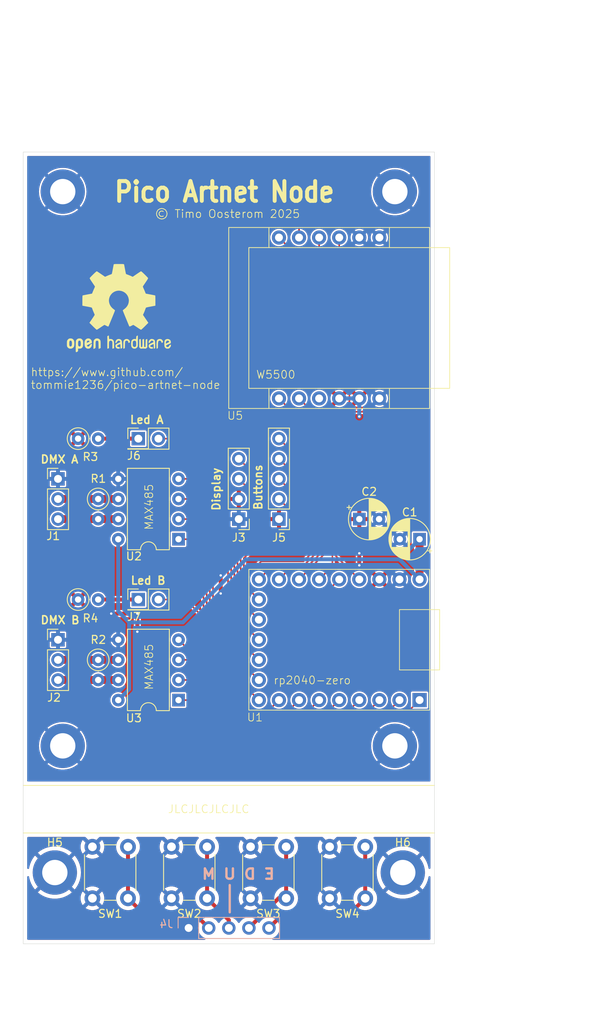
<source format=kicad_pcb>
(kicad_pcb (version 20240108) (generator "pcbnew") (generator_version "8.0")
  (layers (0 "F.Cu" signal) (31 "B.Cu" signal) (34 "B.Paste" user) (35 "F.Paste" user) (36 "B.SilkS" user "B.Silkscreen") (37 "F.SilkS" user "F.Silkscreen") (38 "B.Mask" user) (39 "F.Mask" user) (44 "Edge.Cuts" user))
  (net 0 "")
  (net 1 "Net-(J1-Pin_2)")
  (net 2 "GND")
  (net 3 "Net-(J2-Pin_2)")
  (net 4 "+3V3")
  (net 5 "/BUTTON_EXIT")
  (net 6 "/BUTTON_MENU")
  (net 7 "/BUTTON_UP")
  (net 8 "/BUTTON_DOWN")
  (net 9 "PORT_A_LED")
  (net 10 "Net-(J6-Pin_1)")
  (net 11 "PORT_B_LED")
  (net 12 "Net-(J7-Pin_1)")
  (net 13 "PORT_A_TX")
  (net 14 "PORT_A_DIR")
  (net 15 "PORT_A_RX")
  (net 16 "PORT_B_DIR")
  (net 17 "PORT_B_TX")
  (net 18 "PORT_B_RX")
  (net 19 "ETH_INT")
  (net 20 "ETH_MISO")
  (net 21 "DISPLAY_SDA")
  (net 22 "DISPLAY_SCL")
  (net 23 "ETH_SCK")
  (net 24 "ETH_CS")
  (net 25 "+5V")
  (net 26 "ETH_MOSI")
  (net 27 "ETH_RST")
  (net 28 "/BUT_3V3")
  (net 29 "/BUT_MENU")
  (net 30 "/BUT_UP")
  (net 31 "/BUT_DOWN")
  (net 32 "/BUT_EXIT")
  (net 34 "Net-(J1-Pin_3)")
  (net 35 "Net-(J2-Pin_3)")
  (footprint "simple-midi-controller:RP2040-Zero" (layer "F.Cu") (at 187.96 101.6 -90)
    (property "Reference" "U1")
    (property "Value" "~")
  )
  (footprint "Connector_PinHeader_2.54mm:PinHeader_1x03_P2.54mm_Vertical" (layer "F.Cu") (at 152.4 101.6)
    (property "Reference" "J2")
    (property "Value" "Conn_01x03_Pin")
  )
  (footprint "Capacitor_THT:CP_Radial_D5.0mm_P2.50mm" (layer "F.Cu") (at 198.12 88.9 180)
    (property "Reference" "C1")
    (property "Value" "F")
  )
  (footprint "Connector_PinHeader_2.54mm:PinHeader_1x03_P2.54mm_Vertical" (layer "F.Cu") (at 152.4 81.28)
    (property "Reference" "J1")
    (property "Value" "Conn_01x03_Pin")
  )
  (footprint "MountingHole:MountingHole_3.2mm_M3_DIN965_Pad" (layer "F.Cu") (at 195 115)
    (property "Reference" "H4" (hide yes))
    (property "Value" "MountingHole_Pad")
  )
  (footprint "MountingHole:MountingHole_3.2mm_M3_DIN965_Pad" (layer "F.Cu") (at 195 45)
    (property "Reference" "H1" (hide yes))
    (property "Value" "MountingHole_Pad")
  )
  (footprint "Package_DIP:DIP-8_W7.62mm" (layer "F.Cu") (at 167.64 88.9 180)
    (property "Reference" "U2")
    (property "Value" "MAX485E")
  )
  (footprint "MountingHole:MountingHole_3.2mm_M3_DIN965_Pad" (layer "F.Cu") (at 196 131)
    (property "Reference" "H6")
    (property "Value" "MountingHole_Pad")
  )
  (footprint "Button_Switch_THT:SW_PUSH_6mm" (layer "F.Cu") (at 186.75 134.25 90)
    (property "Reference" "SW4")
    (property "Value" "SW_SPST")
  )
  (footprint "Capacitor_THT:CP_Radial_D5.0mm_P2.50mm" (layer "F.Cu") (at 190.5 86.36)
    (property "Reference" "C2")
    (property "Value" "F")
  )
  (footprint "Button_Switch_THT:SW_PUSH_6mm" (layer "F.Cu") (at 166.75 134.25 90)
    (property "Reference" "SW2")
    (property "Value" "SW_SPST")
  )
  (footprint "Connector_PinHeader_2.54mm:PinHeader_2x01_P2.54mm_Vertical" (layer "F.Cu") (at 162.56 76.2)
    (property "Reference" "J6")
    (property "Value" "Conn_01x02_Socket")
  )
  (footprint "Connector_PinHeader_2.54mm:PinHeader_1x05_P2.54mm_Vertical" (layer "F.Cu") (at 180.34 86.36 180)
    (property "Reference" "J5")
    (property "Value" "Conn_01x05_Pin")
  )
  (footprint "Resistor_THT:R_Axial_DIN0207_L6.3mm_D2.5mm_P2.54mm_Vertical" (layer "F.Cu") (at 154.94 76.2)
    (property "Reference" "R3")
    (property "Value" "150")
  )
  (footprint "Button_Switch_THT:SW_PUSH_6mm" (layer "F.Cu") (at 176.75 134.25 90)
    (property "Reference" "SW3")
    (property "Value" "SW_SPST")
  )
  (footprint "Connector_PinHeader_2.54mm:PinHeader_1x04_P2.54mm_Vertical" (layer "F.Cu") (at 175.26 86.36 180)
    (property "Reference" "J3")
    (property "Value" "Conn_01x04_Pin")
  )
  (footprint "Symbol:OSHW-Logo2_14.6x12mm_SilkScreen" (layer "F.Cu") (at 160.1 59.7)
    (property "Reference" "SYM2" (hide yes))
    (property "Value" "Logo_Open_Hardware_Small" (hide yes))
  )
  (footprint "MountingHole:MountingHole_3.2mm_M3_DIN965_Pad" (layer "F.Cu") (at 153 115)
    (property "Reference" "H3" (hide yes))
    (property "Value" "MountingHole_Pad")
  )
  (footprint "MountingHole:MountingHole_3.2mm_M3_DIN965_Pad" (layer "F.Cu") (at 152 131)
    (property "Reference" "H5")
    (property "Value" "MountingHole_Pad")
  )
  (footprint "Package_DIP:DIP-8_W7.62mm" (layer "F.Cu") (at 167.64 109.22 180)
    (property "Reference" "U3")
    (property "Value" "MAX485E")
  )
  (footprint "Button_Switch_THT:SW_PUSH_6mm" (layer "F.Cu") (at 156.75 134.25 90)
    (property "Reference" "SW1")
    (property "Value" "SW_SPST")
  )
  (footprint "Connector_PinHeader_2.54mm:PinHeader_2x01_P2.54mm_Vertical" (layer "F.Cu") (at 162.56 96.52)
    (property "Reference" "J7")
    (property "Value" "Conn_01x02_Socket")
  )
  (footprint "pico-artnet-node:w5500" (layer "F.Cu") (at 186.69 60.96 -90)
    (property "Reference" "U5")
    (property "Value" "~")
  )
  (footprint "Resistor_THT:R_Axial_DIN0207_L6.3mm_D2.5mm_P2.54mm_Vertical" (layer "F.Cu") (at 157.48 83.82 -90)
    (property "Reference" "R1")
    (property "Value" "120")
  )
  (footprint "MountingHole:MountingHole_3.2mm_M3_DIN965_Pad" (layer "F.Cu") (at 153 45)
    (property "Reference" "H2" (hide yes))
    (property "Value" "MountingHole_Pad")
  )
  (footprint "Resistor_THT:R_Axial_DIN0207_L6.3mm_D2.5mm_P2.54mm_Vertical" (layer "F.Cu") (at 154.94 96.52)
    (property "Reference" "R4")
    (property "Value" "150")
  )
  (footprint "Resistor_THT:R_Axial_DIN0207_L6.3mm_D2.5mm_P2.54mm_Vertical" (layer "F.Cu") (at 157.48 104.14 -90)
    (property "Reference" "R2")
    (property "Value" "120")
  )
  (footprint "Connector_PinHeader_2.54mm:PinHeader_1x05_P2.54mm_Vertical" (layer "B.Cu") (at 168.92 138 -90)
    (property "Reference" "J4")
    (property "Value" "Conn_01x05_Pin")
  )
  (gr_line (start 174.117 132.588) (end 174.117 136.017) (stroke (width 0.3)) (layer "B.SilkS"))
  (gr_line (start 200 120) (end 148 120) (stroke (width 0.1)) (layer "F.SilkS"))
  (gr_line (start 194.31 49.53) (end 194.31 52.07) (stroke (width 0.1)) (layer "F.SilkS"))
  (gr_line (start 194.31 72.39) (end 194.31 69.85) (stroke (width 0.1)) (layer "F.SilkS"))
  (gr_line (start 179.07 69.85) (end 179.07 72.39) (stroke (width 0.1)) (layer "F.SilkS"))
  (gr_line (start 148 126) (end 200 126) (stroke (width 0.1)) (layer "F.SilkS"))
  (gr_line (start 179.07 49.53) (end 179.07 52.07) (stroke (width 0.1)) (layer "F.SilkS"))
  (gr_rect (start 148 40) (end 200 140) (stroke (width 0.05)) (fill none) (layer "Edge.Cuts"))
  (gr_text "E D U M" (at 179.959 131.953 0) (layer "B.SilkS") (effects (font (size 1.3 1.43) (thickness 0.3) (bold yes)) (justify left bottom mirror)))
  (gr_text "MAX485" (at 164.5 108 90) (layer "F.SilkS") (effects (font (size 1 1) (thickness 0.1)) (justify left bottom)))
  (gr_text "https://www.github.com/\ntommie1236/pico-artnet-node" (at 148.9 70 0) (layer "F.SilkS") (effects (font (size 1 1) (thickness 0.1)) (justify left bottom)))
  (gr_text "Pico Artnet Node" (at 159.3 46.5 0) (layer "F.SilkS") (effects (font (size 2.5 2.15) (thickness 0.5) (bold yes)) (justify left bottom)))
  (gr_text "Led A" (at 161.4 74.4 0) (layer "F.SilkS") (effects (font (size 1 1) (thickness 0.2) (bold yes)) (justify left bottom)))
  (gr_text "JLCJLCJLCJLC" (at 166.243 123.571 0) (layer "F.SilkS") (effects (font (size 1 1) (thickness 0.1)) (justify left bottom)))
  (gr_text "Buttons" (at 178.3 85.3 90) (layer "F.SilkS") (effects (font (size 1 1) (thickness 0.2) (bold yes)) (justify left bottom)))
  (gr_text "DMX B" (at 150.1 99.7 0) (layer "F.SilkS") (effects (font (size 1 1) (thickness 0.2) (bold yes)) (justify left bottom)))
  (gr_text "© Timo Oosterom 2025" (at 164.6 48.4 0) (layer "F.SilkS") (effects (font (size 1 1) (thickness 0.1)) (justify left bottom)))
  (gr_text "MAX485" (at 164.5 87.8 90) (layer "F.SilkS") (effects (font (size 1 1) (thickness 0.1)) (justify left bottom)))
  (gr_text "rp2040-zero" (at 179.6 107.3 0) (layer "F.SilkS") (effects (font (size 1 1) (thickness 0.1)) (justify left bottom)))
  (gr_text "Display" (at 173 85.4 90) (layer "F.SilkS") (effects (font (size 1 1) (thickness 0.2) (bold yes)) (justify left bottom)))
  (gr_text "Led B\n" (at 161.5 94.7 0) (layer "F.SilkS") (effects (font (size 1 1) (thickness 0.2) (bold yes)) (justify left bottom)))
  (gr_text "W5500" (at 177.4 68.7 0) (layer "F.SilkS") (effects (font (size 1 1) (thickness 0.1)) (justify left bottom)))
  (gr_text "DMX A" (at 150.1 79.4 0) (layer "F.SilkS") (effects (font (size 1 1) (thickness 0.2) (bold yes)) (justify left bottom)))
  (segment (start 152.4 83.82) (end 160.02 83.82) (width 1) (layer "F.Cu") (net 1))
  (segment (start 162.433 98.298) (end 159.131 98.298) (width 0.5) (layer "F.Cu") (net 2))
  (segment (start 162.433 100.584) (end 162.433 98.298) (width 0.5) (layer "F.Cu") (net 2))
  (segment (start 190.5 92.202) (end 190.5 90.678) (width 0.5) (layer "F.Cu") (net 2))
  (segment (start 172.974 95.758) (end 172.974 93.472) (width 0.5) (layer "F.Cu") (net 2))
  (via (at 190.5 90.678) (size 0.6) (drill 0.3) (layers "F.Cu" "B.Cu") (net 2))
  (via (at 190.5 92.202) (size 0.6) (drill 0.3) (layers "F.Cu" "B.Cu") (net 2))
  (via (at 172.974 93.472) (size 0.6) (drill 0.3) (layers "F.Cu" "B.Cu") (net 2))
  (via (at 162.433 98.298) (size 0.6) (drill 0.3) (layers "F.Cu" "B.Cu") (net 2))
  (via (at 159.131 98.298) (size 0.6) (drill 0.3) (layers "F.Cu" "B.Cu") (net 2))
  (via (at 162.433 100.584) (size 0.6) (drill 0.3) (layers "F.Cu" "B.Cu") (net 2))
  (via (at 172.974 95.758) (size 0.6) (drill 0.3) (layers "F.Cu" "B.Cu") (net 2))
  (segment (start 160.02 104.14) (end 152.4 104.14) (width 1) (layer "F.Cu") (net 3))
  (via (at 190.5 73.4) (size 0.6) (drill 0.3) (layers "F.Cu" "B.Cu") (net 4))
  (segment (start 187.96 71.12) (end 190.5 71.12) (width 0.5) (layer "B.Cu") (net 4))
  (segment (start 190.5 71.12) (end 190.5 73.4) (width 0.5) (layer "B.Cu") (net 4))
  (segment (start 177.797058 89.4) (end 181.66 89.4) (width 0.2) (layer "F.Cu") (net 5))
  (segment (start 183 88.06) (end 183 78.86) (width 0.2) (layer "F.Cu") (net 5))
  (segment (start 183 78.86) (end 180.34 76.2) (width 0.2) (layer "F.Cu") (net 5))
  (segment (start 175.9 91.297058) (end 177.797058 89.4) (width 0.2) (layer "F.Cu") (net 5))
  (segment (start 181.66 89.4) (end 183 88.06) (width 0.2) (layer "F.Cu") (net 5))
  (segment (start 175.9 94.62) (end 175.9 91.297058) (width 0.2) (layer "F.Cu") (net 5))
  (segment (start 177.8 96.52) (end 175.9 94.62) (width 0.2) (layer "F.Cu") (net 5))
  (segment (start 174.7 101.04) (end 174.7 90.8) (width 0.2) (layer "F.Cu") (net 6))
  (segment (start 181.162942 88.2) (end 181.8 87.562942) (width 0.2) (layer "F.Cu") (net 6))
  (segment (start 177.3 88.2) (end 181.162942 88.2) (width 0.2) (layer "F.Cu") (net 6))
  (segment (start 177.8 104.14) (end 174.7 101.04) (width 0.2) (layer "F.Cu") (net 6))
  (segment (start 181.8 85.28) (end 180.34 83.82) (width 0.2) (layer "F.Cu") (net 6))
  (segment (start 181.8 87.562942) (end 181.8 85.28) (width 0.2) (layer "F.Cu") (net 6))
  (segment (start 174.7 90.8) (end 177.3 88.2) (width 0.2) (layer "F.Cu") (net 6))
  (segment (start 182.2 83.14) (end 180.34 81.28) (width 0.2) (layer "F.Cu") (net 7))
  (segment (start 175.1 90.965686) (end 177.465686 88.6) (width 0.2) (layer "F.Cu") (net 7))
  (segment (start 177.465686 88.6) (end 181.328628 88.6) (width 0.2) (layer "F.Cu") (net 7))
  (segment (start 182.2 87.728628) (end 182.2 83.14) (width 0.2) (layer "F.Cu") (net 7))
  (segment (start 175.1 98.9) (end 175.1 90.965686) (width 0.2) (layer "F.Cu") (net 7))
  (segment (start 181.328628 88.6) (end 182.2 87.728628) (width 0.2) (layer "F.Cu") (net 7))
  (segment (start 177.8 101.6) (end 175.1 98.9) (width 0.2) (layer "F.Cu") (net 7))
  (segment (start 177.631372 89) (end 175.5 91.131372) (width 0.2) (layer "F.Cu") (net 8))
  (segment (start 182.6 87.894314) (end 181.494314 89) (width 0.2) (layer "F.Cu") (net 8))
  (segment (start 182.6 81) (end 182.6 87.894314) (width 0.2) (layer "F.Cu") (net 8))
  (segment (start 175.5 96.76) (end 177.8 99.06) (width 0.2) (layer "F.Cu") (net 8))
  (segment (start 180.34 78.74) (end 182.6 81) (width 0.2) (layer "F.Cu") (net 8))
  (segment (start 175.5 91.131372) (end 175.5 96.76) (width 0.2) (layer "F.Cu") (net 8))
  (segment (start 181.494314 89) (end 177.631372 89) (width 0.2) (layer "F.Cu") (net 8))
  (segment (start 176.6 110.7) (end 172 106.1) (width 0.2) (layer "F.Cu") (net 9))
  (segment (start 170.44 76.2) (end 165.1 76.2) (width 0.2) (layer "F.Cu") (net 9))
  (segment (start 178.86 110.7) (end 176.6 110.7) (width 0.2) (layer "F.Cu") (net 9))
  (segment (start 180.34 109.22) (end 178.86 110.7) (width 0.2) (layer "F.Cu") (net 9))
  (segment (start 172 77.76) (end 170.44 76.2) (width 0.2) (layer "F.Cu") (net 9))
  (segment (start 172 106.1) (end 172 77.76) (width 0.2) (layer "F.Cu") (net 9))
  (segment (start 162.56 76.2) (end 157.48 76.2) (width 0.5) (layer "F.Cu") (net 10))
  (segment (start 168.52 96.52) (end 165.1 96.52) (width 0.2) (layer "F.Cu") (net 11))
  (segment (start 170.4 106.762744) (end 170.4 98.4) (width 0.2) (layer "F.Cu") (net 11))
  (segment (start 170.4 98.4) (end 168.52 96.52) (width 0.2) (layer "F.Cu") (net 11))
  (segment (start 187.42 112.3) (end 175.937256 112.3) (width 0.2) (layer "F.Cu") (net 11))
  (segment (start 190.5 109.22) (end 187.42 112.3) (width 0.2) (layer "F.Cu") (net 11))
  (segment (start 175.937256 112.3) (end 170.4 106.762744) (width 0.2) (layer "F.Cu") (net 11))
  (segment (start 157.48 96.52) (end 162.56 96.52) (width 0.5) (layer "F.Cu") (net 12))
  (segment (start 171.6 82.96) (end 171.6 106.265686) (width 0.2) (layer "F.Cu") (net 13))
  (segment (start 181 111.1) (end 176.434314 111.1) (width 0.2) (layer "F.Cu") (net 13))
  (segment (start 169.92 81.28) (end 167.64 81.28) (width 0.2) (layer "F.Cu") (net 13))
  (segment (start 171.6 82.96) (end 169.92 81.28) (width 0.2) (layer "F.Cu") (net 13))
  (segment (start 182.88 109.22) (end 181 111.1) (width 0.2) (layer "F.Cu") (net 13))
  (segment (start 176.434314 111.1) (end 171.6 106.265686) (width 0.2) (layer "F.Cu") (net 13))
  (segment (start 169.5 86.36) (end 167.64 86.36) (width 0.2) (layer "F.Cu") (net 14))
  (segment (start 171.2 88.06) (end 169.5 86.36) (width 0.2) (layer "F.Cu") (net 14))
  (segment (start 171.2 106.431372) (end 171.2 88.06) (width 0.2) (layer "F.Cu") (net 14))
  (segment (start 168.783 83.82) (end 167.64 83.82) (width 0.2) (layer "F.Cu") (net 14))
  (segment (start 176.268628 111.5) (end 171.2 106.431372) (width 0.2) (layer "F.Cu") (net 14))
  (segment (start 169.5 86.36) (end 169.5 84.537) (width 0.2) (layer "F.Cu") (net 14))
  (segment (start 183.14 111.5) (end 176.268628 111.5) (width 0.2) (layer "F.Cu") (net 14))
  (segment (start 169.5 84.537) (end 168.783 83.82) (width 0.2) (layer "F.Cu") (net 14))
  (segment (start 185.42 109.22) (end 183.14 111.5) (width 0.2) (layer "F.Cu") (net 14))
  (segment (start 185.28 111.9) (end 176.102942 111.9) (width 0.2) (layer "F.Cu") (net 15))
  (segment (start 170.8 89.96) (end 169.74 88.9) (width 0.2) (layer "F.Cu") (net 15))
  (segment (start 170.8 89.96) (end 170.8 106.597058) (width 0.2) (layer "F.Cu") (net 15))
  (segment (start 176.102942 111.9) (end 170.8 106.597058) (width 0.2) (layer "F.Cu") (net 15))
  (segment (start 187.96 109.22) (end 185.28 111.9) (width 0.2) (layer "F.Cu") (net 15))
  (segment (start 169.74 88.9) (end 167.64 88.9) (width 0.2) (layer "F.Cu") (net 15))
  (segment (start 189.725686 113.1) (end 192.025686 110.8) (width 0.2) (layer "F.Cu") (net 16))
  (segment (start 169.2 106.694116) (end 169.6 107.094116) (width 0.2) (layer "F.Cu") (net 16))
  (segment (start 169.185884 106.68) (end 169.6 107.094116) (width 0.2) (layer "F.Cu") (net 16))
  (segment (start 169.6 107.094116) (end 175.6 113.094116) (width 0.2) (layer "F.Cu") (net 16))
  (segment (start 175.6 113.1) (end 189.725686 113.1) (width 0.2) (layer "F.Cu") (net 16))
  (segment (start 167.64 104.14) (end 168.783 104.14) (width 0.2) (layer "F.Cu") (net 16))
  (segment (start 192.025686 110.8) (end 194 110.8) (width 0.2) (layer "F.Cu") (net 16))
  (segment (start 175.6 113.094116) (end 175.6 113.1) (width 0.2) (layer "F.Cu") (net 16))
  (segment (start 169.2 104.557) (end 169.2 106.694116) (width 0.2) (layer "F.Cu") (net 16))
  (segment (start 168.783 104.14) (end 169.2 104.557) (width 0.2) (layer "F.Cu") (net 16))
  (segment (start 167.64 106.68) (end 169.185884 106.68) (width 0.2) (layer "F.Cu") (net 16))
  (segment (start 194 110.8) (end 195.58 109.22) (width 0.2) (layer "F.Cu") (net 16))
  (segment (start 170 106.92843) (end 170 103.96) (width 0.2) (layer "F.Cu") (net 17))
  (segment (start 170 103.96) (end 167.64 101.6) (width 0.2) (layer "F.Cu") (net 17))
  (segment (start 189.56 112.7) (end 175.77157 112.7) (width 0.2) (layer "F.Cu") (net 17))
  (segment (start 175.77157 112.7) (end 170 106.92843) (width 0.2) (layer "F.Cu") (net 17))
  (segment (start 193.04 109.22) (end 189.56 112.7) (width 0.2) (layer "F.Cu") (net 17))
  (segment (start 171.154314 109.22) (end 167.64 109.22) (width 0.2) (layer "F.Cu") (net 18))
  (segment (start 189.891372 113.5) (end 175.434314 113.5) (width 0.2) (layer "F.Cu") (net 18))
  (segment (start 198.12 109.22) (end 196.14 111.2) (width 0.2) (layer "F.Cu") (net 18))
  (segment (start 196.14 111.2) (end 192.191372 111.2) (width 0.2) (layer "F.Cu") (net 18))
  (segment (start 192.191372 111.2) (end 189.891372 113.5) (width 0.2) (layer "F.Cu") (net 18))
  (segment (start 175.434314 113.5) (end 171.154314 109.22) (width 0.2) (layer "F.Cu") (net 18))
  (segment (start 184.15 54.61) (end 180.34 50.8) (width 0.2) (layer "F.Cu") (net 19))
  (segment (start 181.82 92.5) (end 183.794314 92.5) (width 0.2) (layer "F.Cu") (net 19))
  (segment (start 180.34 93.98) (end 181.82 92.5) (width 0.2) (layer "F.Cu") (net 19))
  (segment (start 183.794314 92.5) (end 186.3 89.994314) (width 0.2) (layer "F.Cu") (net 19))
  (segment (start 186.3 89.994314) (end 186.3 73.974315) (width 0.2) (layer "F.Cu") (net 19))
  (segment (start 184.15 71.824315) (end 184.15 54.61) (width 0.2) (layer "F.Cu") (net 19))
  (segment (start 186.3 73.974315) (end 184.15 71.824315) (width 0.2) (layer "F.Cu") (net 19))
  (segment (start 177.15 95.25) (end 176.5 94.6) (width 0.2) (layer "F.Cu") (net 20))
  (segment (start 185.5 89.634313) (end 185.5 74.305686) (width 0.2) (layer "F.Cu") (net 20))
  (segment (start 182.02 72.8) (end 180.34 71.12) (width 0.2) (layer "F.Cu") (net 20))
  (segment (start 183.434313 91.7) (end 185.5 89.634313) (width 0.2) (layer "F.Cu") (net 20))
  (segment (start 176.5 94.6) (end 176.5 93.3) (width 0.2) (layer "F.Cu") (net 20))
  (segment (start 186.69 95.25) (end 177.15 95.25) (width 0.2) (layer "F.Cu") (net 20))
  (segment (start 183.994314 72.8) (end 182.02 72.8) (width 0.2) (layer "F.Cu") (net 20))
  (segment (start 178.1 91.7) (end 183.434313 91.7) (width 0.2) (layer "F.Cu") (net 20))
  (segment (start 176.5 93.3) (end 178.1 91.7) (width 0.2) (layer "F.Cu") (net 20))
  (segment (start 187.96 93.98) (end 186.69 95.25) (width 0.2) (layer "F.Cu") (net 20))
  (segment (start 185.5 74.305686) (end 183.994314 72.8) (width 0.2) (layer "F.Cu") (net 20))
  (segment (start 177.8 109.22) (end 173.9 105.32) (width 0.2) (layer "F.Cu") (net 21))
  (segment (start 173.9 105.32) (end 173.9 90.468628) (width 0.2) (layer "F.Cu") (net 21))
  (segment (start 173.9 90.468628) (end 176.7 87.668628) (width 0.2) (layer "F.Cu") (net 21))
  (segment (start 176.7 82.72) (end 175.26 81.28) (width 0.2) (layer "F.Cu") (net 21))
  (segment (start 176.7 87.668628) (end 176.7 82.72) (width 0.2) (layer "F.Cu") (net 21))
  (segment (start 174.3 103.18) (end 174.3 90.634314) (width 0.2) (layer "F.Cu") (net 22))
  (segment (start 177.8 106.68) (end 174.3 103.18) (width 0.2) (layer "F.Cu") (net 22))
  (segment (start 177.1 80.58) (end 175.26 78.74) (width 0.2) (layer "F.Cu") (net 22))
  (segment (start 177.1 87.834314) (end 177.1 80.58) (width 0.2) (layer "F.Cu") (net 22))
  (segment (start 174.3 90.634314) (end 177.1 87.834314) (width 0.2) (layer "F.Cu") (net 22))
  (segment (start 186.7 90.16) (end 186.7 54.5) (width 0.2) (layer "F.Cu") (net 23))
  (segment (start 182.88 93.98) (end 186.7 90.16) (width 0.2) (layer "F.Cu") (net 23))
  (segment (start 186.7 54.5) (end 185.42 53.22) (width 0.2) (layer "F.Cu") (net 23))
  (segment (start 185.42 53.22) (end 185.42 50.8) (width 0.2) (layer "F.Cu") (net 23))
  (segment (start 190.9 72.8) (end 191.75 71.95) (width 0.2) (layer "F.Cu") (net 24))
  (segment (start 189.25 51.95) (end 189.25 49.55) (width 0.2) (layer "F.Cu") (net 24))
  (segment (start 187.5 73.842743) (end 188.542743 72.8) (width 0.2) (layer "F.Cu") (net 24))
  (segment (start 191.75 71.95) (end 191.75 54.45) (width 0.2) (layer "F.Cu") (net 24))
  (segment (start 189.25 49.55) (end 188.5 48.8) (width 0.2) (layer "F.Cu") (net 24))
  (segment (start 190.5 93.98) (end 187.5 90.98) (width 0.2) (layer "F.Cu") (net 24))
  (segment (start 188.5 48.8) (end 183.6 48.8) (width 0.2) (layer "F.Cu") (net 24))
  (segment (start 183.6 48.8) (end 182.88 49.52) (width 0.2) (layer "F.Cu") (net 24))
  (segment (start 187.5 90.98) (end 187.5 73.842743) (width 0.2) (layer "F.Cu") (net 24))
  (segment (start 182.88 49.52) (end 182.88 50.8) (width 0.2) (layer "F.Cu") (net 24))
  (segment (start 191.75 54.45) (end 189.25 51.95) (width 0.2) (layer "F.Cu") (net 24))
  (segment (start 188.542743 72.8) (end 190.9 72.8) (width 0.2) (layer "F.Cu") (net 24))
  (segment (start 198.12 88.9) (end 198.12 93.98) (width 1) (layer "F.Cu") (net 25))
  (segment (start 161.4 99.4) (end 168.189 99.4) (width 0.5) (layer "B.Cu") (net 25))
  (segment (start 196.215 92.075) (end 198.12 93.98) (width 0.5) (layer "B.Cu") (net 25))
  (segment (start 195.58 91.44) (end 198.12 88.9) (width 0.5) (layer "B.Cu") (net 25))
  (segment (start 160.02 109.22) (end 161.4 107.84) (width 0.5) (layer "B.Cu") (net 25))
  (segment (start 168.189 99.4) (end 176.149 91.44) (width 0.5) (layer "B.Cu") (net 25))
  (segment (start 176.149 91.44) (end 195.58 91.44) (width 0.5) (layer "B.Cu") (net 25))
  (segment (start 161.4 107.84) (end 161.4 99.4) (width 0.5) (layer "B.Cu") (net 25))
  (segment (start 161.4 99.4) (end 160.02 98.02) (width 0.5) (layer "B.Cu") (net 25))
  (segment (start 196.215 92.075) (end 195.58 91.44) (width 0.5) (layer "B.Cu") (net 25))
  (segment (start 160.02 98.02) (end 160.02 88.9) (width 0.5) (layer "B.Cu") (net 25))
  (segment (start 187.1 73.677057) (end 189.25 71.527057) (width 0.2) (layer "F.Cu") (net 26))
  (segment (start 189.25 71.527057) (end 189.25 54.55) (width 0.2) (layer "F.Cu") (net 26))
  (segment (start 189.25 54.55) (end 187.96 53.26) (width 0.2) (layer "F.Cu") (net 26))
  (segment (start 187.96 53.26) (end 187.96 50.8) (width 0.2) (layer "F.Cu") (net 26))
  (segment (start 187.1 92.3) (end 187.1 73.677057) (width 0.2) (layer "F.Cu") (net 26))
  (segment (start 185.42 93.98) (end 187.1 92.3) (width 0.2) (layer "F.Cu") (net 26))
  (segment (start 183.6 92.1) (end 183.834314 91.865685) (width 0.2) (layer "F.Cu") (net 27))
  (segment (start 179.68 92.1) (end 183.6 92.1) (width 0.2) (layer "F.Cu") (net 27))
  (segment (start 184.66 72.9) (end 182.88 71.12) (width 0.2) (layer "F.Cu") (net 27))
  (segment (start 185.565685 73.805686) (end 184.66 72.9) (width 0.2) (layer "F.Cu") (net 27))
  (segment (start 177.8 93.98) (end 179.68 92.1) (width 0.2) (layer "F.Cu") (net 27))
  (segment (start 183.834314 91.865685) (end 185.9 89.799999) (width 0.2) (layer "F.Cu") (net 27))
  (segment (start 185.9 74.140001) (end 185.565685 73.805686) (width 0.2) (layer "F.Cu") (net 27))
  (segment (start 185.9 89.799999) (end 185.9 74.140001) (width 0.2) (layer "F.Cu") (net 27))
  (segment (start 169.46 136) (end 171.46 138) (width 0.5) (layer "F.Cu") (net 29))
  (segment (start 163 136) (end 169.46 136) (width 0.5) (layer "F.Cu") (net 29))
  (segment (start 161.25 134.25) (end 163 136) (width 0.5) (layer "F.Cu") (net 29))
  (segment (start 161.25 127.75) (end 161.25 134.25) (width 0.5) (layer "F.Cu") (net 29))
  (segment (start 174 138) (end 174 137) (width 0.5) (layer "F.Cu") (net 30))
  (segment (start 171.25 127.75) (end 171.25 134.25) (width 0.5) (layer "F.Cu") (net 30))
  (segment (start 174 137) (end 171.25 134.25) (width 0.5) (layer "F.Cu") (net 30))
  (segment (start 181.25 134.25) (end 180.29 134.25) (width 0.5) (layer "F.Cu") (net 31))
  (segment (start 180.29 134.25) (end 176.54 138) (width 0.5) (layer "F.Cu") (net 31))
  (segment (start 181.25 127.75) (end 181.25 134.25) (width 0.5) (layer "F.Cu") (net 31))
  (segment (start 181.08 136) (end 179.08 138) (width 0.5) (layer "F.Cu") (net 32))
  (segment (start 189.5 136) (end 181.08 136) (width 0.5) (layer "F.Cu") (net 32))
  (segment (start 191.25 134.25) (end 189.5 136) (width 0.5) (layer "F.Cu") (net 32))
  (segment (start 191.25 134.25) (end 191.25 127.75) (width 0.5) (layer "F.Cu") (net 32))
  (segment (start 160.02 86.36) (end 152.4 86.36) (width 1) (layer "F.Cu") (net 34))
  (segment (start 152.4 106.68) (end 160.02 106.68) (width 1) (layer "F.Cu") (net 35))
  (zone (net 4) (net_name "+3V3") (layer "F.Cu") (priority 1) (connect_pads (clearance 0.2)) (min_thickness 0.2) (fill yes (thermal_gap 0.2) (thermal_bridge_width 0.5) (island_removal_mode 2) (island_area_min 10))
    (polygon (pts (xy 200 40) (xy 200 120) (xy 148 120) (xy 148 40)))
  )
  (zone (net 0) (net_name "") (layers "F.Cu" "B.Cu") (connect_pads (clearance 0)) (min_thickness 0.25)
    (keepout (tracks allowed) (vias allowed) (pads allowed) (copperpour not_allowed) (footprints allowed))
    (fill (thermal_gap 0.5) (thermal_bridge_width 0.5))
    (polygon (pts (xy 148 119.5) (xy 200 119.5) (xy 200 126.5) (xy 148 126.5)))
  )
  (zone (net 28) (net_name "/BUT_3V3") (layers "F.Cu" "B.Cu") (connect_pads (clearance 0.5)) (min_thickness 0.25) (fill yes (thermal_gap 0.5) (thermal_bridge_width 0.5))
    (polygon (pts (xy 200 126) (xy 200 140) (xy 148 140) (xy 148 126)))
  )
  (zone (net 2) (net_name "GND") (layer "B.Cu") (priority 2) (connect_pads (clearance 0.2)) (min_thickness 0.2) (fill yes (thermal_gap 0.2) (thermal_bridge_width 0.5))
    (polygon (pts (xy 200 40) (xy 200 120) (xy 148 120) (xy 148 40)))
  )
)
</source>
